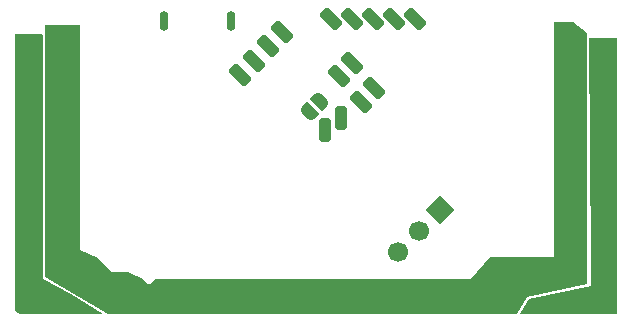
<source format=gbr>
%TF.GenerationSoftware,KiCad,Pcbnew,(6.0.5)*%
%TF.CreationDate,2022-09-09T17:06:15+01:00*%
%TF.ProjectId,ESC,4553432e-6b69-4636-9164-5f7063625858,rev?*%
%TF.SameCoordinates,Original*%
%TF.FileFunction,Soldermask,Bot*%
%TF.FilePolarity,Negative*%
%FSLAX46Y46*%
G04 Gerber Fmt 4.6, Leading zero omitted, Abs format (unit mm)*
G04 Created by KiCad (PCBNEW (6.0.5)) date 2022-09-09 17:06:15*
%MOMM*%
%LPD*%
G01*
G04 APERTURE LIST*
G04 Aperture macros list*
%AMRoundRect*
0 Rectangle with rounded corners*
0 $1 Rounding radius*
0 $2 $3 $4 $5 $6 $7 $8 $9 X,Y pos of 4 corners*
0 Add a 4 corners polygon primitive as box body*
4,1,4,$2,$3,$4,$5,$6,$7,$8,$9,$2,$3,0*
0 Add four circle primitives for the rounded corners*
1,1,$1+$1,$2,$3*
1,1,$1+$1,$4,$5*
1,1,$1+$1,$6,$7*
1,1,$1+$1,$8,$9*
0 Add four rect primitives between the rounded corners*
20,1,$1+$1,$2,$3,$4,$5,0*
20,1,$1+$1,$4,$5,$6,$7,0*
20,1,$1+$1,$6,$7,$8,$9,0*
20,1,$1+$1,$8,$9,$2,$3,0*%
%AMHorizOval*
0 Thick line with rounded ends*
0 $1 width*
0 $2 $3 position (X,Y) of the first rounded end (center of the circle)*
0 $4 $5 position (X,Y) of the second rounded end (center of the circle)*
0 Add line between two ends*
20,1,$1,$2,$3,$4,$5,0*
0 Add two circle primitives to create the rounded ends*
1,1,$1,$2,$3*
1,1,$1,$4,$5*%
%AMRotRect*
0 Rectangle, with rotation*
0 The origin of the aperture is its center*
0 $1 length*
0 $2 width*
0 $3 Rotation angle, in degrees counterclockwise*
0 Add horizontal line*
21,1,$1,$2,0,0,$3*%
%AMFreePoly0*
4,1,22,0.499999,-0.750000,0.000000,-0.750000,0.000000,-0.745033,-0.079941,-0.743568,-0.215256,-0.701293,-0.333266,-0.622738,-0.424486,-0.514219,-0.481581,-0.384460,-0.499164,-0.250000,-0.500000,-0.250000,-0.500000,0.250000,-0.499164,0.250000,-0.499963,0.256109,-0.478152,0.396186,-0.417904,0.524511,-0.324060,0.630769,-0.204165,0.706417,-0.067858,0.745374,0.000000,0.744960,0.000000,0.750000,
0.499999,0.750000,0.499999,-0.750000,0.499999,-0.750000,$1*%
%AMFreePoly1*
4,1,20,0.000000,0.744960,0.073905,0.744508,0.209726,0.703889,0.328688,0.626782,0.421226,0.519385,0.479903,0.390333,0.500000,0.250000,0.500000,-0.250000,0.499851,-0.262216,0.476331,-0.402017,0.414519,-0.529596,0.319384,-0.634700,0.198574,-0.708877,0.061801,-0.746166,0.000000,-0.745033,0.000000,-0.750000,-0.499999,-0.750000,-0.499999,0.750000,0.000000,0.750000,0.000000,0.744960,
0.000000,0.744960,$1*%
G04 Aperture macros list end*
%ADD10C,0.000000*%
%ADD11RoundRect,0.250000X-0.353553X0.707107X-0.707107X0.353553X0.353553X-0.707107X0.707107X-0.353553X0*%
%ADD12O,0.750000X1.650000*%
%ADD13HorizOval,1.700000X0.000000X0.000000X0.000000X0.000000X0*%
%ADD14RotRect,1.700000X1.700000X315.000000*%
%ADD15RoundRect,0.250000X0.250000X0.750000X-0.250000X0.750000X-0.250000X-0.750000X0.250000X-0.750000X0*%
%ADD16C,0.500000*%
%ADD17FreePoly0,45.000000*%
%ADD18FreePoly1,45.000000*%
G04 APERTURE END LIST*
D10*
G36*
X144754600Y-95402400D02*
G01*
X144780000Y-116052600D01*
X147116800Y-117373400D01*
X149809200Y-119075200D01*
X142798800Y-119075200D01*
X142392400Y-118770400D01*
X142392400Y-95300800D01*
X144678400Y-95300800D01*
X144754600Y-95402400D01*
G37*
G36*
X193370200Y-118999000D02*
G01*
X193319400Y-119075200D01*
X185166000Y-119075200D01*
X185928000Y-117779800D01*
X191135000Y-116687600D01*
X191135000Y-114655600D01*
X190982600Y-95681800D01*
X193370200Y-95681800D01*
X193370200Y-118999000D01*
G37*
G36*
X190804800Y-95250000D02*
G01*
X190855600Y-116509800D01*
X185724800Y-117576600D01*
X184861200Y-119075200D01*
X150291800Y-119075200D01*
X144957800Y-115874800D01*
X144907000Y-94589600D01*
X147853400Y-94589600D01*
X147878800Y-113588800D01*
X149455006Y-114322380D01*
X150596600Y-115493800D01*
X151917400Y-115468400D01*
X153212800Y-116078000D01*
X153441400Y-116382800D01*
X153746200Y-116484400D01*
X154000200Y-116382800D01*
X154254200Y-116078686D01*
X155498798Y-116080089D01*
X161391600Y-116085940D01*
X181000400Y-116103400D01*
X182600600Y-114249200D01*
X188010800Y-114223800D01*
X187985400Y-94284800D01*
X189636400Y-94284800D01*
X190804800Y-95250000D01*
G37*
D11*
%TO.C,J17*%
X176250600Y-94030800D03*
%TD*%
%TO.C,J16*%
X165000000Y-95200000D03*
%TD*%
%TO.C,J15*%
X163800000Y-96400000D03*
%TD*%
%TO.C,J14*%
X162600000Y-97600000D03*
%TD*%
%TO.C,J4*%
X161400000Y-98800000D03*
%TD*%
%TO.C,J13*%
X169138600Y-94056200D03*
%TD*%
%TO.C,J12*%
X170942000Y-94081600D03*
%TD*%
%TO.C,J11*%
X172694600Y-94056200D03*
%TD*%
%TO.C,J2*%
X174472600Y-94056200D03*
%TD*%
D12*
%TO.C,J1*%
X154985200Y-94239600D03*
X160635200Y-94239600D03*
%TD*%
D13*
%TO.C,J3*%
X174817498Y-113802702D03*
X176613549Y-112006651D03*
D14*
X178409600Y-110210600D03*
%TD*%
D11*
%TO.C,J10*%
X170942000Y-97815400D03*
%TD*%
%TO.C,J9*%
X172796200Y-99949000D03*
%TD*%
D15*
%TO.C,J8*%
X170027600Y-102438200D03*
%TD*%
%TO.C,J7*%
X168630600Y-103505000D03*
%TD*%
D11*
%TO.C,J6*%
X171653200Y-101066600D03*
%TD*%
%TO.C,J5*%
X169849800Y-98882200D03*
%TD*%
D16*
%TO.C,IC7*%
X145821400Y-96352600D03*
X145262600Y-97020600D03*
X145821400Y-97673400D03*
X143129000Y-98435400D03*
X144094200Y-97521000D03*
X144094200Y-96555800D03*
X144094200Y-98435400D03*
X143129000Y-97521000D03*
X143129000Y-96555800D03*
X143173200Y-99455600D03*
%TD*%
%TO.C,IC5*%
X145262600Y-104020600D03*
X145821400Y-103352600D03*
X145821400Y-104673400D03*
X143129000Y-104521000D03*
X143173200Y-106455600D03*
X144094200Y-104521000D03*
X144094200Y-105435400D03*
X144094200Y-103555800D03*
X143129000Y-105435400D03*
X143129000Y-103555800D03*
%TD*%
%TO.C,IC4*%
X189948200Y-107284200D03*
X190507000Y-106616200D03*
X189948200Y-105963400D03*
X192640600Y-107081000D03*
X192596400Y-104181200D03*
X191675400Y-107081000D03*
X192640600Y-105201400D03*
X191675400Y-105201400D03*
X192640600Y-106115800D03*
X191675400Y-106115800D03*
%TD*%
%TO.C,IC3*%
X145821400Y-110352600D03*
X145821400Y-111673400D03*
X145262600Y-111020600D03*
X143173200Y-113455600D03*
X143129000Y-112435400D03*
X144094200Y-110555800D03*
X143129000Y-111521000D03*
X144094200Y-112435400D03*
X143129000Y-110555800D03*
X144094200Y-111521000D03*
%TD*%
%TO.C,IC2*%
X189948200Y-98963400D03*
X189948200Y-100284200D03*
X190507000Y-99616200D03*
X192640600Y-100081000D03*
X191675400Y-98201400D03*
X191675400Y-100081000D03*
X192640600Y-98201400D03*
X192640600Y-99115800D03*
X192596400Y-97181200D03*
X191675400Y-99115800D03*
%TD*%
%TO.C,IC6*%
X190507000Y-113616200D03*
X189948200Y-112963400D03*
X189948200Y-114284200D03*
X192640600Y-114081000D03*
X192640600Y-112201400D03*
X191675400Y-114081000D03*
X192640600Y-113115800D03*
X192596400Y-111181200D03*
X191675400Y-112201400D03*
X191675400Y-113115800D03*
%TD*%
D17*
%TO.C,JP1*%
X167284400Y-101955600D03*
D18*
X168203638Y-101036362D03*
%TD*%
M02*

</source>
